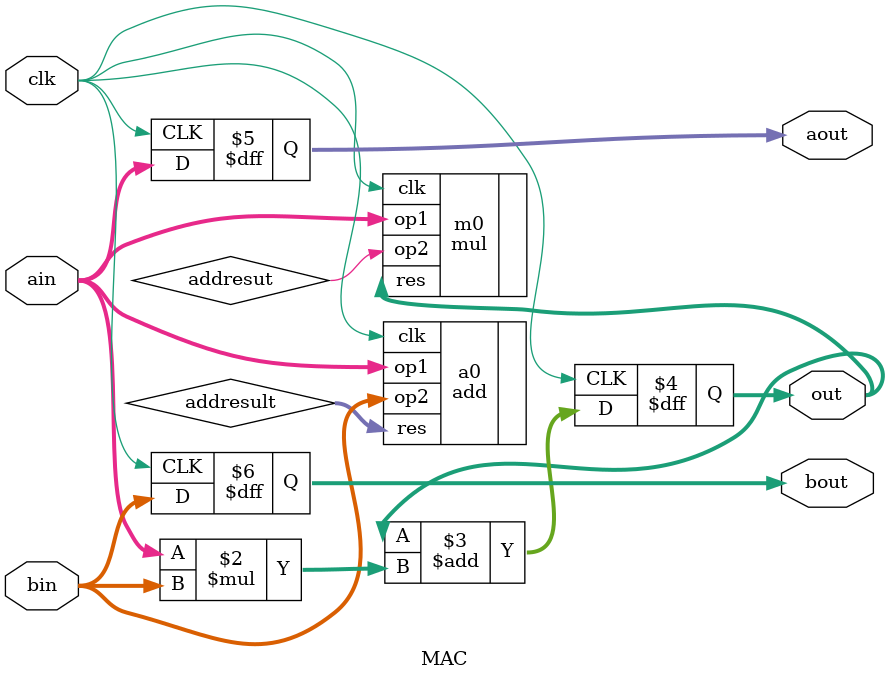
<source format=v>
`timescale 1ns / 1ps
module MAC(
input clk,
input [7:0] ain,
input [7:0] bin,
output reg [8:0] out,//matrix outputs
output reg [7:0] aout, bout
    );
 
wire [7:0] addresult, mulresult;
add a0(.clk(clk),.op1(ain),.op2(bin),.res(addresult));
mul m0(.clk(clk),.op1(ain),.op2(addresut),.res(out));
    
always @(posedge clk)begin
out = out + (ain*bin);
aout = ain;
bout = bin;
end
endmodule

</source>
